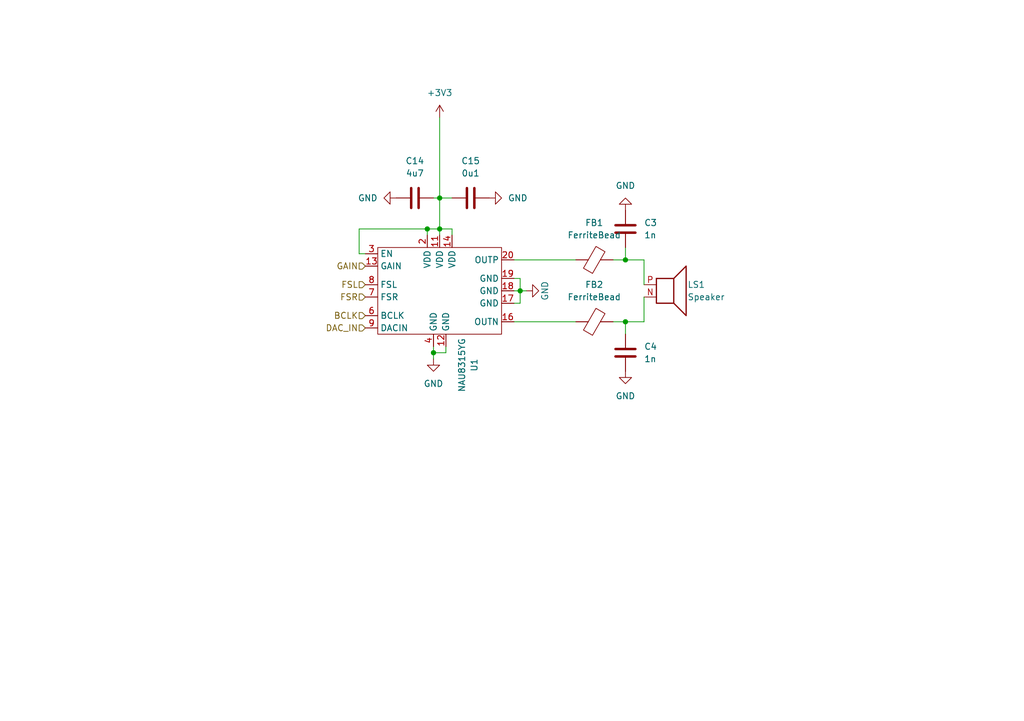
<source format=kicad_sch>
(kicad_sch (version 20211123) (generator eeschema)
  (paper "A5")
  (lib_symbols
    (symbol "Amplifier_Audio:NAU8315YG"
      (property "Reference" "U" (at -5.08 1.27 0))
      (property "Value" "NAU8315YG" (at 0 -1.27 0))
      (symbol "NAU8315YG_0_1"
        (rectangle (start -12.7 8.89) (end 12.7 -8.89))
      )
      (symbol "NAU8315YG_1_0"
        (pin no_connect line (at 35.56 13.97 0) (length 5.08) hide (name "NC") (number "1"))
        (pin no_connect line (at 35.56 8.89 0) (length 5.08) hide (name "NC") (number "10"))
        (pin no_connect line (at 35.56 6.35 0) (length 5.08) hide (name "NC") (number "15"))
        (pin no_connect line (at 35.56 3.81 0) (length 5.08) hide (name "NC") (number "21"))
        (pin no_connect line (at 35.56 11.43 0) (length 5.08) hide (name "NC") (number "5"))
      )
      (symbol "NAU8315YG_1_1"
        (pin power_in line (at 0 11.43 270) (length 2.54) (name "VDD") (number "11"))
        (pin power_in line (at 1.27 -11.43 90) (length 2.54) (name "GND") (number "12"))
        (pin input line (at -15.24 5.08 0) (length 2.54) (name "GAIN") (number "13"))
        (pin power_in line (at 2.54 11.43 270) (length 2.54) (name "VDD") (number "14"))
        (pin output line (at 15.24 -6.35 180) (length 2.54) (name "OUTN") (number "16"))
        (pin power_in line (at 15.24 -2.54 180) (length 2.54) (name "GND") (number "17"))
        (pin power_in line (at 15.24 0 180) (length 2.54) (name "GND") (number "18"))
        (pin power_in line (at 15.24 2.54 180) (length 2.54) (name "GND") (number "19"))
        (pin power_in line (at -2.54 11.43 270) (length 2.54) (name "VDD") (number "2"))
        (pin output line (at 15.24 6.35 180) (length 2.54) (name "OUTP") (number "20"))
        (pin input line (at -15.24 7.62 0) (length 2.54) (name "EN") (number "3"))
        (pin power_in line (at -1.27 -11.43 90) (length 2.54) (name "GND") (number "4"))
        (pin input line (at -15.24 -5.08 0) (length 2.54) (name "BCLK") (number "6"))
        (pin input line (at -15.24 -1.27 0) (length 2.54) (name "FSR") (number "7"))
        (pin input line (at -15.24 1.27 0) (length 2.54) (name "FSL") (number "8"))
        (pin input line (at -15.24 -7.62 0) (length 2.54) (name "DACIN") (number "9"))
      )
    )
    (symbol "Device:C" (pin_numbers hide) (pin_names (offset 0.254))
      (property "Reference" "C" (at 0.635 2.54 0))
      (property "Value" "C" (at 0.635 -2.54 0))
      (symbol "C_0_1"
        (polyline (pts (xy -2.032 -0.762) (xy 2.032 -0.762)) (stroke (width 0.508)))
        (polyline (pts (xy -2.032 0.762) (xy 2.032 0.762)) (stroke (width 0.508)))
      )
      (symbol "C_1_1"
        (pin passive line (at 0 3.81 270) (length 2.794) (name "~") (number "1"))
        (pin passive line (at 0 -3.81 90) (length 2.794) (name "~") (number "2"))
      )
    )
    (symbol "Device:FerriteBead" (pin_numbers hide) (pin_names (offset 0))
      (property "Reference" "FB" (at -3.81 0.635 90))
      (property "Value" "FerriteBead" (at 3.81 0 90))
      (symbol "FerriteBead_0_1"
        (polyline (pts (xy 0 -1.27) (xy 0 -1.2192)))
        (polyline (pts (xy 0 1.27) (xy 0 1.2954)))
        (polyline (pts (xy -2.7686 0.4064) (xy -1.7018 2.2606) (xy 2.7686 -0.3048) (xy 1.6764 -2.159) (xy -2.7686 0.4064)))
      )
      (symbol "FerriteBead_1_1"
        (pin passive line (at 0 3.81 270) (length 2.54) (name "~") (number "1"))
        (pin passive line (at 0 -3.81 90) (length 2.54) (name "~") (number "2"))
      )
    )
    (symbol "Speaker_1" (pin_names (offset 0) hide)
      (property "Reference" "LS1" (at -0.0001 5.08 0))
      (property "Value" "Speaker_1" (at 2.5399 5.08 0))
      (symbol "Speaker_1_0_0"
        (rectangle (start -2.54 1.27) (end 1.016 -3.81) (stroke (width 0.254)))
        (polyline (pts (xy 1.016 1.27) (xy 3.556 3.81) (xy 3.556 -6.35) (xy 1.016 -3.81)) (stroke (width 0.254)))
      )
      (symbol "Speaker_1_1_1"
        (pin input line (at -5.08 -2.54 0) (length 2.54) (name "2") (number "N"))
        (pin input line (at -5.08 0 0) (length 2.54) (name "1") (number "P"))
      )
    )
    (symbol "power:+3V3" (power) (pin_names (offset 0))
      (property "Value" "+3V3" (at 0 3.556 0))
      (symbol "+3V3_0_1"
        (polyline (pts (xy -0.762 1.27) (xy 0 2.54)))
        (polyline (pts (xy 0 0) (xy 0 2.54)))
        (polyline (pts (xy 0 2.54) (xy 0.762 1.27)))
      )
      (symbol "+3V3_1_1"
        (pin power_in line (at 0 0 90) (length 0) hide (name "+3V3") (number "1"))
      )
    )
    (symbol "power:GND" (power) (pin_names (offset 0))
      (property "Value" "GND" (at 0 -3.81 0))
      (symbol "GND_0_1"
        (polyline (pts (xy 0 0) (xy 0 -1.27) (xy 1.27 -1.27) (xy 0 -2.54) (xy -1.27 -1.27) (xy 0 -1.27)))
      )
      (symbol "GND_1_1"
        (pin power_in line (at 0 0 270) (length 0) hide (name "GND") (number "1"))
      )
    )
  )
  (junction (at 90.17 40.64))
  (junction (at 128.27 66.04))
  (junction (at 90.17 46.99))
  (junction (at 87.63 46.99))
  (junction (at 106.68 59.69))
  (junction (at 88.9 72.39))
  (junction (at 128.27 53.34))
  (wire (pts (xy 128.27 53.34) (xy 128.27 50.8)))
  (wire (pts (xy 106.68 62.23) (xy 105.41 62.23)))
  (wire (pts (xy 128.27 66.04) (xy 132.08 66.04)))
  (wire (pts (xy 88.9 73.66) (xy 88.9 72.39)))
  (wire (pts (xy 90.17 46.99) (xy 87.63 46.99)))
  (wire (pts (xy 90.17 40.64) (xy 90.17 46.99)))
  (wire (pts (xy 106.68 59.69) (xy 107.95 59.69)))
  (wire (pts (xy 106.68 57.15) (xy 106.68 59.69)))
  (wire (pts (xy 92.71 46.99) (xy 90.17 46.99)))
  (wire (pts (xy 87.63 46.99) (xy 87.63 48.26)))
  (wire (pts (xy 125.73 53.34) (xy 128.27 53.34)))
  (wire (pts (xy 105.41 57.15) (xy 106.68 57.15)))
  (wire (pts (xy 132.08 53.34) (xy 132.08 58.42)))
  (wire (pts (xy 73.66 46.99) (xy 73.66 52.07)))
  (wire (pts (xy 132.08 66.04) (xy 132.08 60.96)))
  (wire (pts (xy 88.9 40.64) (xy 90.17 40.64)))
  (wire (pts (xy 90.17 24.13) (xy 90.17 40.64)))
  (wire (pts (xy 90.17 46.99) (xy 90.17 48.26)))
  (wire (pts (xy 87.63 46.99) (xy 73.66 46.99)))
  (wire (pts (xy 125.73 66.04) (xy 128.27 66.04)))
  (wire (pts (xy 128.27 53.34) (xy 132.08 53.34)))
  (wire (pts (xy 91.44 71.12) (xy 91.44 72.39)))
  (wire (pts (xy 88.9 72.39) (xy 88.9 71.12)))
  (wire (pts (xy 92.71 48.26) (xy 92.71 46.99)))
  (wire (pts (xy 92.71 40.64) (xy 90.17 40.64)))
  (wire (pts (xy 74.93 52.07) (xy 73.66 52.07)))
  (wire (pts (xy 106.68 59.69) (xy 106.68 62.23)))
  (wire (pts (xy 128.27 66.04) (xy 128.27 68.58)))
  (wire (pts (xy 118.11 53.34) (xy 105.41 53.34)))
  (wire (pts (xy 91.44 72.39) (xy 88.9 72.39)))
  (wire (pts (xy 106.68 59.69) (xy 105.41 59.69)))
  (wire (pts (xy 118.11 66.04) (xy 105.41 66.04)))
  (hierarchical_label "BCLK" (shape input) (at 74.93 64.77 180))
  (hierarchical_label "FSL" (shape input) (at 74.93 58.42 180))
  (hierarchical_label "FSR" (shape input) (at 74.93 60.96 180))
  (hierarchical_label "GAIN" (shape input) (at 74.93 54.61 180))
  (hierarchical_label "DAC_IN" (shape input) (at 74.93 67.31 180))
  (symbol (lib_id "power:+3V3") (at 90.17 24.13 0) (unit 1)
    (property "Reference" "#PWR0117" (effects hide))
    (property "Value" "+3V3" (at 90.17 19.05 0))
  )
  (symbol (lib_id "power:GND") (at 128.27 76.2 0) (unit 1)
    (property "Reference" "#PWR0119" (effects hide))
    (property "Value" "GND" (at 128.27 81.28 0))
  )
  (symbol (lib_id "Device:C") (at 85.09 40.64 90) (unit 1)
    (property "Reference" "C14" (at 85.09 33.02 90))
    (property "Value" "4u7" (at 85.09 35.56 90))
    (property "Footprint" "Capacitor_SMD:C_0201_0603Metric" (effects hide))
  )
  (symbol (lib_id "power:GND") (at 100.33 40.64 90) (unit 1)
    (property "Reference" "#PWR0135" (effects hide))
    (property "Value" "GND" (at 104.14 40.6399 90) (effects (justify right)))
  )
  (symbol (lib_id "power:GND") (at 128.27 43.18 180) (unit 1)
    (property "Reference" "#PWR0118" (effects hide))
    (property "Value" "GND" (at 128.27 38.1 0))
  )
  (symbol (lib_id "Device:C") (at 96.52 40.64 90) (unit 1)
    (property "Reference" "C15" (at 96.52 33.02 90))
    (property "Value" "0u1" (at 96.52 35.56 90))
    (property "Footprint" "Capacitor_SMD:C_0201_0603Metric" (effects hide))
  )
  (symbol (lib_name "Speaker_1") (lib_id "Device:Speaker") (at 137.16 58.42 0) (unit 1)
    (property "Reference" "LS1" (at 140.97 58.42 0) (effects (justify left)))
    (property "Value" "Speaker" (at 140.97 60.96 0) (effects (justify left)))
    (property "Footprint" "Custom:SPKR_AS01508MS-SC11-WP-R" (effects hide))
  )
  (symbol (lib_id "Device:FerriteBead") (at 121.92 53.34 90) (unit 1)
    (property "Reference" "FB1" (at 121.8692 45.72 90))
    (property "Value" "FerriteBead" (at 121.8692 48.26 90))
    (property "Footprint" "Inductor_SMD:L_0201_0603Metric" (effects hide))
  )
  (symbol (lib_id "power:GND") (at 107.95 59.69 90) (unit 1)
    (property "Reference" "#PWR0120" (effects hide))
    (property "Value" "GND" (at 111.76 59.69 0))
  )
  (symbol (lib_id "Amplifier_Audio:NAU8315YG") (at 90.17 59.69 0) (unit 1)
    (property "Reference" "U1" (at 97.2695 74.93 90))
    (property "Value" "NAU8315YG" (at 94.7295 74.93 90))
    (property "Footprint" "Custom:QFN50P400X400X80-21N" (effects hide))
  )
  (symbol (lib_id "power:GND") (at 81.28 40.64 270) (unit 1)
    (property "Reference" "#PWR0136" (effects hide))
    (property "Value" "GND" (at 77.47 40.6399 90) (effects (justify right)))
  )
  (symbol (lib_id "Device:C") (at 128.27 46.99 0) (unit 1)
    (property "Reference" "C3" (at 132.08 45.7199 0) (effects (justify left)))
    (property "Value" "1n" (at 132.08 48.2599 0) (effects (justify left)))
    (property "Footprint" "Capacitor_SMD:C_0201_0603Metric" (effects hide))
  )
  (symbol (lib_id "Device:C") (at 128.27 72.39 0) (unit 1)
    (property "Reference" "C4" (at 132.08 71.1199 0) (effects (justify left)))
    (property "Value" "1n" (at 132.08 73.6599 0) (effects (justify left)))
    (property "Footprint" "Capacitor_SMD:C_0201_0603Metric" (effects hide))
  )
  (symbol (lib_id "power:GND") (at 88.9 73.66 0) (unit 1)
    (property "Reference" "#PWR0116" (effects hide))
    (property "Value" "GND" (at 88.9 78.74 0))
  )
  (symbol (lib_id "Device:FerriteBead") (at 121.92 66.04 90) (unit 1)
    (property "Reference" "FB2" (at 121.8692 58.42 90))
    (property "Value" "FerriteBead" (at 121.8692 60.96 90))
    (property "Footprint" "Inductor_SMD:L_0201_0603Metric" (effects hide))
  )
)
</source>
